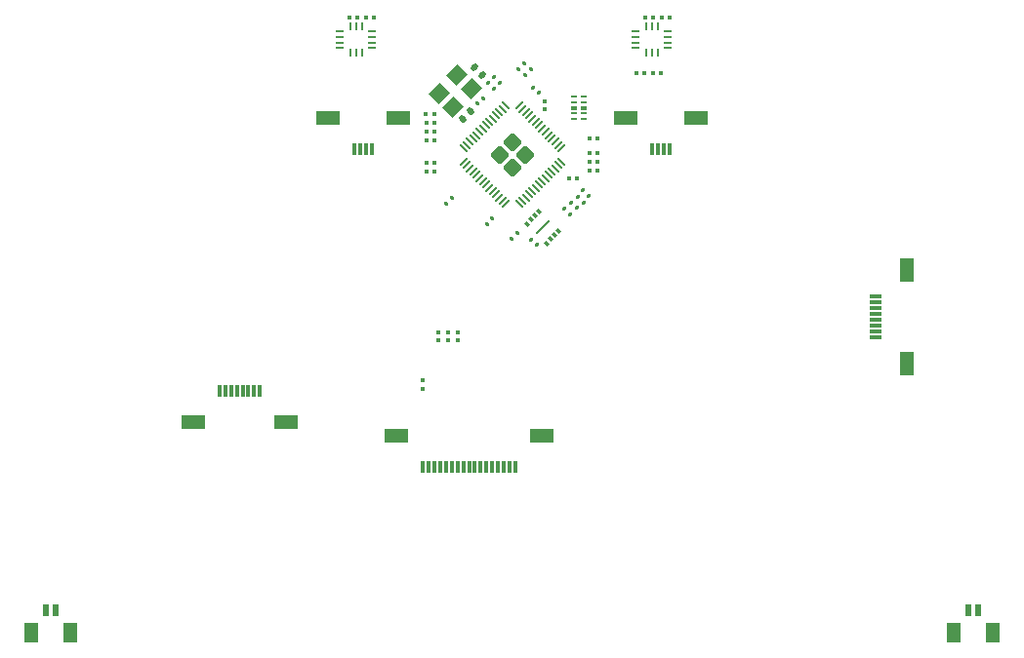
<source format=gbr>
%TF.GenerationSoftware,KiCad,Pcbnew,8.0.2*%
%TF.CreationDate,2025-05-18T15:38:24-07:00*%
%TF.ProjectId,PGS_Main_Board,5047535f-4d61-4696-9e5f-426f6172642e,rev?*%
%TF.SameCoordinates,Original*%
%TF.FileFunction,Paste,Bot*%
%TF.FilePolarity,Positive*%
%FSLAX46Y46*%
G04 Gerber Fmt 4.6, Leading zero omitted, Abs format (unit mm)*
G04 Created by KiCad (PCBNEW 8.0.2) date 2025-05-18 15:38:24*
%MOMM*%
%LPD*%
G01*
G04 APERTURE LIST*
G04 Aperture macros list*
%AMRoundRect*
0 Rectangle with rounded corners*
0 $1 Rounding radius*
0 $2 $3 $4 $5 $6 $7 $8 $9 X,Y pos of 4 corners*
0 Add a 4 corners polygon primitive as box body*
4,1,4,$2,$3,$4,$5,$6,$7,$8,$9,$2,$3,0*
0 Add four circle primitives for the rounded corners*
1,1,$1+$1,$2,$3*
1,1,$1+$1,$4,$5*
1,1,$1+$1,$6,$7*
1,1,$1+$1,$8,$9*
0 Add four rect primitives between the rounded corners*
20,1,$1+$1,$2,$3,$4,$5,0*
20,1,$1+$1,$4,$5,$6,$7,0*
20,1,$1+$1,$6,$7,$8,$9,0*
20,1,$1+$1,$8,$9,$2,$3,0*%
%AMRotRect*
0 Rectangle, with rotation*
0 The origin of the aperture is its center*
0 $1 length*
0 $2 width*
0 $3 Rotation angle, in degrees counterclockwise*
0 Add horizontal line*
21,1,$1,$2,0,0,$3*%
G04 Aperture macros list end*
%ADD10RoundRect,0.079500X0.079500X0.100500X-0.079500X0.100500X-0.079500X-0.100500X0.079500X-0.100500X0*%
%ADD11R,0.300000X1.000000*%
%ADD12R,2.000000X1.300000*%
%ADD13RoundRect,0.140000X-0.021213X0.219203X-0.219203X0.021213X0.021213X-0.219203X0.219203X-0.021213X0*%
%ADD14RoundRect,0.249999X0.000000X-0.558616X0.558616X0.000000X0.000000X0.558616X-0.558616X0.000000X0*%
%ADD15RoundRect,0.050000X-0.238649X-0.309359X0.309359X0.238649X0.238649X0.309359X-0.309359X-0.238649X0*%
%ADD16RoundRect,0.050000X0.238649X-0.309359X0.309359X-0.238649X-0.238649X0.309359X-0.309359X0.238649X0*%
%ADD17RoundRect,0.079500X-0.127279X-0.014849X-0.014849X-0.127279X0.127279X0.014849X0.014849X0.127279X0*%
%ADD18RoundRect,0.079500X0.100500X-0.079500X0.100500X0.079500X-0.100500X0.079500X-0.100500X-0.079500X0*%
%ADD19RoundRect,0.079500X0.014849X-0.127279X0.127279X-0.014849X-0.014849X0.127279X-0.127279X0.014849X0*%
%ADD20RoundRect,0.079500X0.127279X0.014849X0.014849X0.127279X-0.127279X-0.014849X-0.014849X-0.127279X0*%
%ADD21RoundRect,0.079500X-0.079500X-0.100500X0.079500X-0.100500X0.079500X0.100500X-0.079500X0.100500X0*%
%ADD22R,0.500000X1.000000*%
%ADD23R,1.200000X1.700000*%
%ADD24R,0.745000X0.280000*%
%ADD25R,0.280000X0.745000*%
%ADD26RoundRect,0.079500X-0.100500X0.079500X-0.100500X-0.079500X0.100500X-0.079500X0.100500X0.079500X0*%
%ADD27R,0.565000X0.200000*%
%ADD28R,0.565000X0.400000*%
%ADD29RoundRect,0.079500X-0.014849X0.127279X-0.127279X0.014849X0.014849X-0.127279X0.127279X-0.014849X0*%
%ADD30RotRect,0.400000X0.300000X315.000000*%
%ADD31RotRect,0.200000X1.600000X315.000000*%
%ADD32RoundRect,0.140000X-0.219203X-0.021213X-0.021213X-0.219203X0.219203X0.021213X0.021213X0.219203X0*%
%ADD33RotRect,1.400000X1.200000X45.000000*%
%ADD34R,1.000000X0.300000*%
%ADD35R,1.300000X2.000000*%
G04 APERTURE END LIST*
D10*
%TO.C,R22*%
X64040000Y-27500000D03*
X63350000Y-27500000D03*
%TD*%
D11*
%TO.C,J5*%
X48915000Y-47350000D03*
X48415000Y-47350000D03*
X47915000Y-47350000D03*
X47415000Y-47350000D03*
X46915000Y-47350000D03*
X46415000Y-47350000D03*
X45915000Y-47350000D03*
X45415000Y-47350000D03*
D12*
X51215000Y-50050000D03*
X43115000Y-50050000D03*
%TD*%
D10*
%TO.C,C8*%
X78195000Y-27425000D03*
X77505000Y-27425000D03*
%TD*%
D13*
%TO.C,C1*%
X67214411Y-23060589D03*
X66535589Y-23739411D03*
%TD*%
D14*
%TO.C,U1*%
X69693584Y-26838686D03*
X70824955Y-27970057D03*
X70824955Y-25707315D03*
X71956326Y-26838686D03*
D15*
X70232753Y-31107843D03*
X69949910Y-30825000D03*
X69667068Y-30542158D03*
X69384225Y-30259315D03*
X69101382Y-29976472D03*
X68818540Y-29693630D03*
X68535697Y-29410787D03*
X68252854Y-29127944D03*
X67970011Y-28845101D03*
X67687169Y-28562259D03*
X67404326Y-28279416D03*
X67121483Y-27996573D03*
X66838641Y-27713731D03*
X66555798Y-27430888D03*
D16*
X66555798Y-26246484D03*
X66838641Y-25963641D03*
X67121483Y-25680799D03*
X67404326Y-25397956D03*
X67687169Y-25115113D03*
X67970011Y-24832271D03*
X68252854Y-24549428D03*
X68535697Y-24266585D03*
X68818540Y-23983742D03*
X69101382Y-23700900D03*
X69384225Y-23418057D03*
X69667068Y-23135214D03*
X69949910Y-22852372D03*
X70232753Y-22569529D03*
D15*
X71417157Y-22569529D03*
X71700000Y-22852372D03*
X71982842Y-23135214D03*
X72265685Y-23418057D03*
X72548528Y-23700900D03*
X72831370Y-23983742D03*
X73114213Y-24266585D03*
X73397056Y-24549428D03*
X73679899Y-24832271D03*
X73962741Y-25115113D03*
X74245584Y-25397956D03*
X74528427Y-25680799D03*
X74811269Y-25963641D03*
X75094112Y-26246484D03*
D16*
X75094112Y-27430888D03*
X74811269Y-27713731D03*
X74528427Y-27996573D03*
X74245584Y-28279416D03*
X73962741Y-28562259D03*
X73679899Y-28845101D03*
X73397056Y-29127944D03*
X73114213Y-29410787D03*
X72831370Y-29693630D03*
X72548528Y-29976472D03*
X72265685Y-30259315D03*
X71982842Y-30542158D03*
X71700000Y-30825000D03*
X71417157Y-31107843D03*
%TD*%
D10*
%TO.C,C22*%
X78195000Y-28200000D03*
X77505000Y-28200000D03*
%TD*%
%TO.C,R26*%
X83720000Y-19725000D03*
X83030000Y-19725000D03*
%TD*%
D17*
%TO.C,C20*%
X68688919Y-20596729D03*
X69176823Y-21084633D03*
%TD*%
D18*
%TO.C,R17*%
X73624132Y-22868382D03*
X73624132Y-22178382D03*
%TD*%
D10*
%TO.C,R18*%
X64020000Y-23300000D03*
X63330000Y-23300000D03*
%TD*%
D19*
%TO.C,R16*%
X71374526Y-19382428D03*
X71862430Y-18894524D03*
%TD*%
D20*
%TO.C,R3*%
X77003740Y-31002836D03*
X76515836Y-30514932D03*
%TD*%
D19*
%TO.C,R25*%
X70730958Y-34093952D03*
X71218862Y-33606048D03*
%TD*%
D21*
%TO.C,C26*%
X58130000Y-14925000D03*
X58820000Y-14925000D03*
%TD*%
D17*
%TO.C,C21*%
X72639218Y-20973126D03*
X73127122Y-21461030D03*
%TD*%
D10*
%TO.C,R21*%
X64045000Y-25550000D03*
X63355000Y-25550000D03*
%TD*%
D20*
%TO.C,C23*%
X72937976Y-34674832D03*
X72450072Y-34186928D03*
%TD*%
D22*
%TO.C,J1*%
X111190000Y-66365000D03*
X110390000Y-66365000D03*
D23*
X112490000Y-68315000D03*
X109090000Y-68315000D03*
%TD*%
D10*
%TO.C,R11*%
X64040000Y-28250000D03*
X63350000Y-28250000D03*
%TD*%
D24*
%TO.C,U4*%
X55852000Y-17575000D03*
X55852000Y-17075000D03*
X55852000Y-16575000D03*
X55852000Y-16075000D03*
D25*
X56750000Y-15677000D03*
X57250000Y-15677000D03*
X57750000Y-15677000D03*
D24*
X58648000Y-16075000D03*
X58648000Y-16575000D03*
X58648000Y-17075000D03*
X58648000Y-17575000D03*
D25*
X57750000Y-17973000D03*
X57250000Y-17973000D03*
X56750000Y-17973000D03*
%TD*%
D10*
%TO.C,C24*%
X57345000Y-14925000D03*
X56655000Y-14925000D03*
%TD*%
D24*
%TO.C,U5*%
X81502000Y-17575000D03*
X81502000Y-17075000D03*
X81502000Y-16575000D03*
X81502000Y-16075000D03*
D25*
X82400000Y-15677000D03*
X82900000Y-15677000D03*
X83400000Y-15677000D03*
D24*
X84298000Y-16075000D03*
X84298000Y-16575000D03*
X84298000Y-17075000D03*
X84298000Y-17575000D03*
D25*
X83400000Y-17973000D03*
X82900000Y-17973000D03*
X82400000Y-17973000D03*
%TD*%
D10*
%TO.C,C7*%
X78195000Y-26650000D03*
X77505000Y-26650000D03*
%TD*%
D26*
%TO.C,R12*%
X66084377Y-42256273D03*
X66084377Y-42946273D03*
%TD*%
D11*
%TO.C,J7*%
X82959920Y-26357331D03*
X83459920Y-26357331D03*
X83959920Y-26357331D03*
X84459920Y-26357331D03*
D12*
X80659920Y-23657331D03*
X86759920Y-23657331D03*
%TD*%
D27*
%TO.C,S1*%
X76987734Y-21749256D03*
X76987734Y-22249256D03*
D28*
X76987734Y-22749256D03*
D27*
X76987734Y-23249256D03*
X76987734Y-23749256D03*
X76153734Y-23749256D03*
X76153734Y-23249256D03*
D28*
X76153734Y-22749256D03*
D27*
X76153734Y-22249256D03*
X76153734Y-21749256D03*
%TD*%
D26*
%TO.C,R13*%
X65255557Y-42260557D03*
X65255557Y-42950557D03*
%TD*%
D19*
%TO.C,R1*%
X67806048Y-22393952D03*
X68293952Y-21906048D03*
%TD*%
D11*
%TO.C,J6*%
X57136790Y-26357331D03*
X57636790Y-26357331D03*
X58136790Y-26357331D03*
X58636790Y-26357331D03*
D12*
X54836790Y-23657331D03*
X60936790Y-23657331D03*
%TD*%
D21*
%TO.C,C28*%
X77530000Y-25450000D03*
X78220000Y-25450000D03*
%TD*%
D20*
%TO.C,C3*%
X75838227Y-31994054D03*
X75350323Y-31506150D03*
%TD*%
D26*
%TO.C,R14*%
X64425000Y-42261236D03*
X64425000Y-42951236D03*
%TD*%
D29*
%TO.C,C5*%
X65532945Y-30606047D03*
X65045041Y-31093951D03*
%TD*%
D10*
%TO.C,R19*%
X64045000Y-24050000D03*
X63355000Y-24050000D03*
%TD*%
D19*
%TO.C,R15*%
X71931048Y-19918952D03*
X72418952Y-19431048D03*
%TD*%
D30*
%TO.C,U3*%
X72084926Y-32821233D03*
X72438479Y-32467680D03*
X72792033Y-32114126D03*
X73145586Y-31760573D03*
X74842642Y-33457629D03*
X74489089Y-33811182D03*
X74135535Y-34164736D03*
X73781982Y-34518289D03*
D31*
X73463784Y-33139431D03*
%TD*%
D10*
%TO.C,R27*%
X82270000Y-19725000D03*
X81580000Y-19725000D03*
%TD*%
%TO.C,C25*%
X82995000Y-14900000D03*
X82305000Y-14900000D03*
%TD*%
%TO.C,R20*%
X64045000Y-24800000D03*
X63355000Y-24800000D03*
%TD*%
D17*
%TO.C,C6*%
X75886031Y-30966051D03*
X76373935Y-31453955D03*
%TD*%
D32*
%TO.C,C2*%
X67491448Y-19237892D03*
X68170270Y-19916714D03*
%TD*%
D26*
%TO.C,R30*%
X63070000Y-46445000D03*
X63070000Y-47135000D03*
%TD*%
D20*
%TO.C,R4*%
X77444096Y-30376387D03*
X76956192Y-29888483D03*
%TD*%
D11*
%TO.C,J9*%
X63059000Y-53925000D03*
X63559000Y-53925000D03*
X64059000Y-53925000D03*
X64559000Y-53925000D03*
X65059000Y-53925000D03*
X65559000Y-53925000D03*
X66059000Y-53925000D03*
X66559000Y-53925000D03*
X67059000Y-53925000D03*
X67559000Y-53925000D03*
X68059000Y-53925000D03*
X68559000Y-53925000D03*
X69059000Y-53925000D03*
X69559000Y-53925000D03*
X70059000Y-53925000D03*
X70559000Y-53925000D03*
X71059000Y-53925000D03*
D12*
X60759000Y-51225000D03*
X73359000Y-51225000D03*
%TD*%
D10*
%TO.C,C18*%
X76389957Y-28862821D03*
X75699957Y-28862821D03*
%TD*%
D21*
%TO.C,C27*%
X83780000Y-14900000D03*
X84470000Y-14900000D03*
%TD*%
D33*
%TO.C,Y1*%
X64471142Y-21476777D03*
X66026777Y-19921142D03*
X67228858Y-21123223D03*
X65673223Y-22678858D03*
%TD*%
D22*
%TO.C,J2*%
X31190000Y-66375000D03*
X30390000Y-66375000D03*
D23*
X32490000Y-68325000D03*
X29090000Y-68325000D03*
%TD*%
D29*
%TO.C,C4*%
X69076823Y-32381342D03*
X68588919Y-32869246D03*
%TD*%
D20*
%TO.C,R2*%
X69712086Y-20549370D03*
X69224182Y-20061466D03*
%TD*%
D34*
%TO.C,J3*%
X102310000Y-39158001D03*
X102310000Y-39658001D03*
X102310000Y-40158001D03*
X102310000Y-40658001D03*
X102310000Y-41158001D03*
X102310000Y-41658001D03*
X102310000Y-42158001D03*
X102310000Y-42658001D03*
D35*
X105010000Y-36858001D03*
X105010000Y-44958001D03*
%TD*%
M02*

</source>
